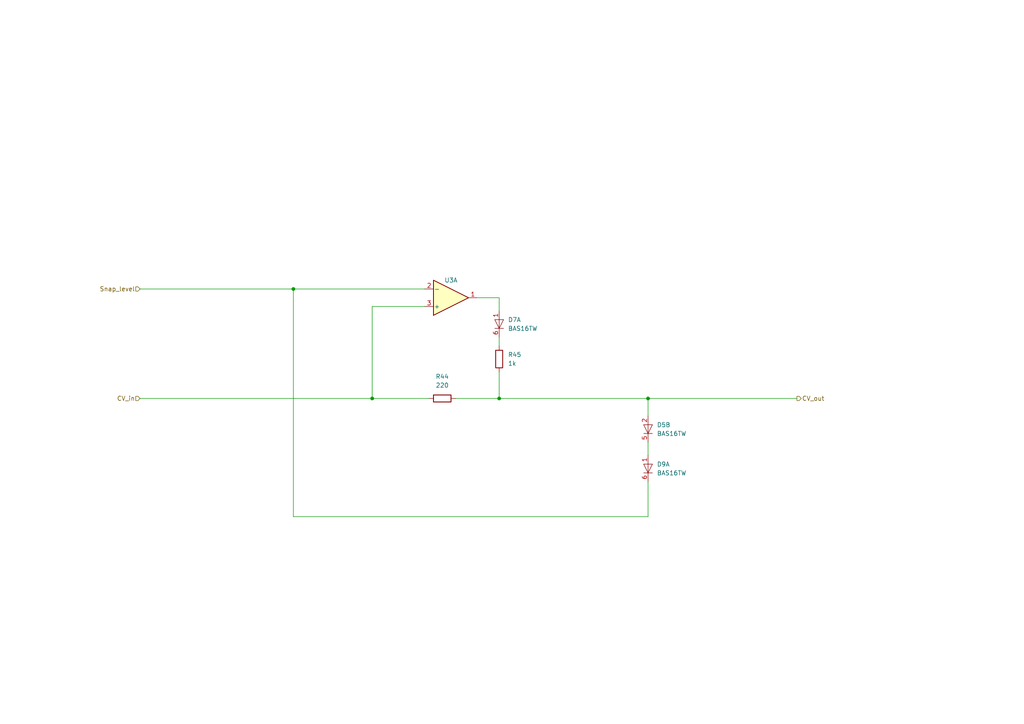
<source format=kicad_sch>
(kicad_sch (version 20230121) (generator eeschema)
  (paper "A4")
  (lib_symbols
    (symbol "Device:R" (pin_numbers hide) (pin_names (offset 0))
      (property "Reference" "R" (at 2.032 0 90))
      (property "Value" "R" (at 0 0 90))
      (symbol "R_0_1"
        (rectangle (start -1.016 -2.54) (end 1.016 2.54) (stroke (width 0.254)))
      )
      (symbol "R_1_1"
        (pin passive line (at 0 3.81 270) (length 1.27) (name "~") (number "1"))
        (pin passive line (at 0 -3.81 90) (length 1.27) (name "~") (number "2"))
      )
    )
    (symbol "Diode:BAS16TW" (pin_names (offset 1.016) hide)
      (property "Reference" "D" (at 0 2.54 0))
      (property "Value" "BAS16TW" (at 0 -2.54 0))
      (symbol "BAS16TW_0_1"
        (polyline (pts (xy -1.27 1.27) (xy -1.27 -1.27)) (stroke (width 0.1524)))
        (polyline (pts (xy 1.27 0) (xy -1.27 0)))
        (polyline (pts (xy 1.27 1.27) (xy 1.27 -1.27)))
        (polyline (pts (xy 1.27 1.27) (xy -1.27 0) (xy 1.27 -1.27)))
      )
      (symbol "BAS16TW_1_1"
        (pin passive line (at 3.81 0 180) (length 2.54) (name "A") (number "1"))
        (pin passive line (at -3.81 0 0) (length 2.54) (name "K") (number "6"))
      )
      (symbol "BAS16TW_2_1"
        (pin passive line (at 3.81 0 180) (length 2.54) (name "A") (number "2"))
        (pin passive line (at -3.81 0 0) (length 2.54) (name "K") (number "5"))
      )
      (symbol "BAS16TW_3_1"
        (pin passive line (at 3.81 0 180) (length 2.54) (name "A") (number "3"))
        (pin passive line (at -3.81 0 0) (length 2.54) (name "K") (number "4"))
      )
    )
    (symbol "WillItBlend:TL074HIDYYR" (pin_names (offset 0.127))
      (property "Reference" "U" (at 0 5.08 0))
      (symbol "TL074HIDYYR_1_1"
        (polyline (pts (xy -5.08 5.08) (xy 5.08 0) (xy -5.08 -5.08) (xy -5.08 5.08)) (stroke (width 0.254)) (fill (type background)))
        (pin output line (at 7.62 0 180) (length 2.54) (name "~") (number "1"))
        (pin input line (at -7.62 -2.54 0) (length 2.54) (name "-") (number "2"))
        (pin input line (at -7.62 2.54 0) (length 2.54) (name "+") (number "3"))
      )
      (symbol "TL074HIDYYR_2_1"
        (polyline (pts (xy -5.08 5.08) (xy 5.08 0) (xy -5.08 -5.08) (xy -5.08 5.08)) (stroke (width 0.254)) (fill (type background)))
        (pin input line (at -7.62 2.54 0) (length 2.54) (name "+") (number "5"))
        (pin input line (at -7.62 -2.54 0) (length 2.54) (name "-") (number "6"))
        (pin output line (at 7.62 0 180) (length 2.54) (name "~") (number "7"))
      )
      (symbol "TL074HIDYYR_3_1"
        (polyline (pts (xy -5.08 5.08) (xy 5.08 0) (xy -5.08 -5.08) (xy -5.08 5.08)) (stroke (width 0.254)) (fill (type background)))
        (pin input line (at -7.62 2.54 0) (length 2.54) (name "+") (number "10"))
        (pin output line (at 7.62 0 180) (length 2.54) (name "~") (number "8"))
        (pin input line (at -7.62 -2.54 0) (length 2.54) (name "-") (number "9"))
      )
      (symbol "TL074HIDYYR_4_1"
        (polyline (pts (xy -5.08 5.08) (xy 5.08 0) (xy -5.08 -5.08) (xy -5.08 5.08)) (stroke (width 0.254)) (fill (type background)))
        (pin input line (at -7.62 2.54 0) (length 2.54) (name "+") (number "12"))
        (pin input line (at -7.62 -2.54 0) (length 2.54) (name "-") (number "13"))
        (pin output line (at 7.62 0 180) (length 2.54) (name "~") (number "14"))
      )
      (symbol "TL074HIDYYR_5_1"
        (rectangle (start -2.54 5.08) (end 2.54 -5.08) (fill (type background)))
        (pin power_in line (at 6.35 -3.81 180) (length 3.81) (name "V-") (number "11"))
        (pin power_in line (at 6.35 3.81 180) (length 3.81) (name "V+") (number "4"))
      )
    )
  )
  (junction (at 107.95 115.57))
  (junction (at 85.09 83.82))
  (junction (at 187.96 115.57))
  (junction (at 144.78 115.57))
  (wire (pts (xy 144.78 115.57) (xy 144.78 107.95)))
  (wire (pts (xy 107.95 88.9) (xy 107.95 115.57)))
  (wire (pts (xy 187.96 139.7) (xy 187.96 149.86)))
  (wire (pts (xy 187.96 128.27) (xy 187.96 132.08)))
  (wire (pts (xy 187.96 115.57) (xy 187.96 120.65)))
  (wire (pts (xy 85.09 149.86) (xy 85.09 83.82)))
  (wire (pts (xy 138.43 86.36) (xy 144.78 86.36)))
  (wire (pts (xy 40.64 83.82) (xy 85.09 83.82)))
  (wire (pts (xy 107.95 115.57) (xy 124.46 115.57)))
  (wire (pts (xy 144.78 115.57) (xy 187.96 115.57)))
  (wire (pts (xy 132.08 115.57) (xy 144.78 115.57)))
  (wire (pts (xy 40.64 115.57) (xy 107.95 115.57)))
  (wire (pts (xy 144.78 86.36) (xy 144.78 90.17)))
  (wire (pts (xy 123.19 88.9) (xy 107.95 88.9)))
  (wire (pts (xy 144.78 100.33) (xy 144.78 97.79)))
  (wire (pts (xy 85.09 83.82) (xy 123.19 83.82)))
  (wire (pts (xy 85.09 149.86) (xy 187.96 149.86)))
  (wire (pts (xy 187.96 115.57) (xy 231.14 115.57)))
  (hierarchical_label "CV_out" (shape output) (at 231.14 115.57 0))
  (hierarchical_label "Snap_level" (shape input) (at 40.64 83.82 180))
  (hierarchical_label "CV_in" (shape input) (at 40.64 115.57 180))
  (symbol (lib_id "Diode:BAS16TW") (at 187.96 135.89 90) (unit 1)
    (property "Reference" "D1" (at 190.5 134.6581 90) (effects (justify right)))
    (property "Value" "BAS16TW" (at 190.5 137.1981 90) (effects (justify right)))
    (property "Footprint" "Package_TO_SOT_SMD:SOT-363_SC-70-6" (effects hide))
    (property "Datasheet" "http://www.diodes.com/datasheets/ds30154.pdf" (effects hide))
    (instances (project "WillItBlend" (path "" (reference "D9") (unit 1)) (path "" (reference "D8") (unit 1)) (path "" (reference "D5") (unit 1)) (path "" (reference "D11") (unit 1)) (path "" (reference "D13") (unit 1))))
  )
  (symbol (lib_id "Device:R") (at 128.27 115.57 90) (unit 1)
    (property "Reference" "R?" (at 128.27 109.22 90))
    (property "Value" "220" (at 128.27 111.76 90))
    (instances (project "WillItBlend" (path "" (reference "R44") (unit 1)) (path "" (reference "R42") (unit 1)) (path "" (reference "R40") (unit 1)) (path "" (reference "R46") (unit 1)) (path "" (reference "R48") (unit 1))))
  )
  (symbol (lib_id "Diode:BAS16TW") (at 144.78 93.98 90) (unit 1)
    (property "Reference" "D1" (at 147.32 92.7481 90) (effects (justify right)))
    (property "Value" "BAS16TW" (at 147.32 95.2881 90) (effects (justify right)))
    (property "Footprint" "Package_TO_SOT_SMD:SOT-363_SC-70-6" (effects hide))
    (property "Datasheet" "http://www.diodes.com/datasheets/ds30154.pdf" (effects hide))
    (instances (project "WillItBlend" (path "" (reference "D7") (unit 1)) (path "" (reference "D6") (unit 1)) (path "" (reference "D4") (unit 1)) (path "" (reference "D10") (unit 1)) (path "" (reference "D12") (unit 1))))
  )
  (symbol (lib_id "Device:R") (at 144.78 104.14 0) (unit 1)
    (property "Reference" "R?" (at 147.32 102.87 0) (effects (justify left)))
    (property "Value" "1k" (at 147.32 105.41 0) (effects (justify left)))
    (instances (project "WillItBlend" (path "" (reference "R45") (unit 1)) (path "" (reference "R43") (unit 1)) (path "" (reference "R41") (unit 1)) (path "" (reference "R47") (unit 1)) (path "" (reference "R49") (unit 1))))
  )
  (symbol (lib_id "Diode:BAS16TW") (at 187.96 124.46 90) (unit 1)
    (property "Reference" "D1" (at 190.5 123.2281 90) (effects (justify right)))
    (property "Value" "BAS16TW" (at 190.5 125.7681 90) (effects (justify right)))
    (property "Footprint" "Package_TO_SOT_SMD:SOT-363_SC-70-6" (effects hide))
    (property "Datasheet" "http://www.diodes.com/datasheets/ds30154.pdf" (effects hide))
    (instances (project "WillItBlend" (path "" (reference "D5") (unit 2)) (path "" (reference "D7") (unit 2)) (path "" (reference "D4") (unit 2)) (path "" (reference "D9") (unit 2)) (path "" (reference "D6") (unit 2))))
  )
  (symbol (lib_id "WillItBlend:TL074HIDYYR") (at 130.81 86.36 0) (mirror x) (unit 1)
    (property "Reference" "U?" (at 130.81 81.28 0))
    (property "Value" "TL074HIDYYR" (effects hide))
    (property "Footprint" "WillItBlend:SOT-23-THIN" (effects hide))
    (property "Datasheet" "http://www.ti.com/lit/ds/symlink/tl071.pdf" (effects hide))
    (instances (project "WillItBlend" (path "" (reference "U3") (unit 1)) (path "" (reference "U7") (unit 1)) (path "" (reference "U2") (unit 1)) (path "" (reference "U8") (unit 1)) (path "" (reference "U9") (unit 1))))
  )
)
</source>
